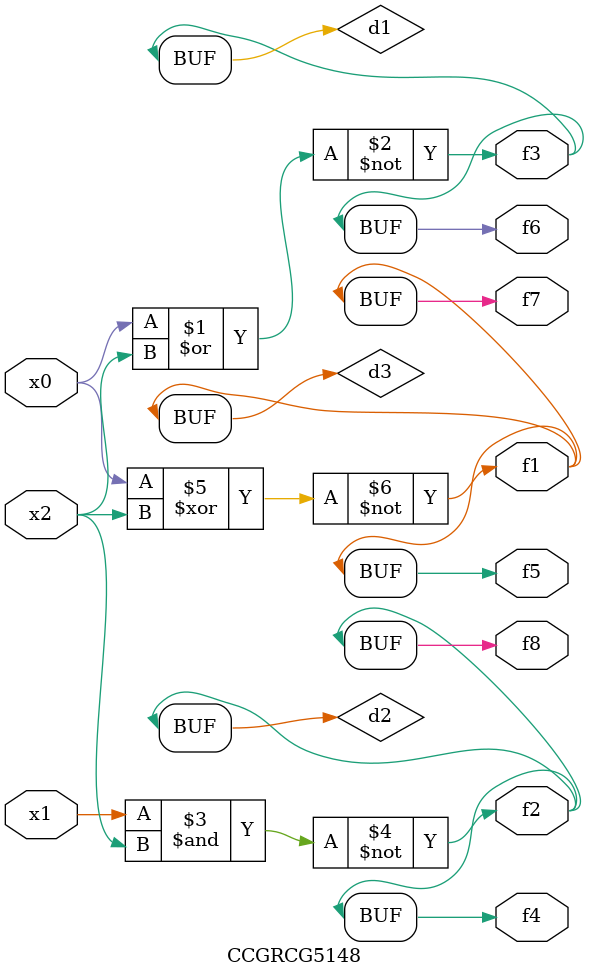
<source format=v>
module CCGRCG5148(
	input x0, x1, x2,
	output f1, f2, f3, f4, f5, f6, f7, f8
);

	wire d1, d2, d3;

	nor (d1, x0, x2);
	nand (d2, x1, x2);
	xnor (d3, x0, x2);
	assign f1 = d3;
	assign f2 = d2;
	assign f3 = d1;
	assign f4 = d2;
	assign f5 = d3;
	assign f6 = d1;
	assign f7 = d3;
	assign f8 = d2;
endmodule

</source>
